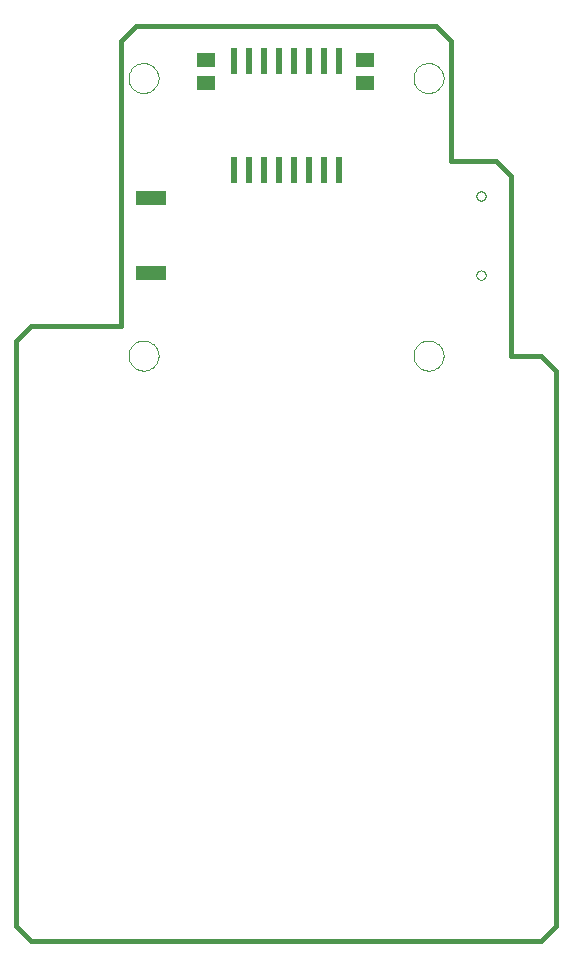
<source format=gbp>
G75*
%MOIN*%
%OFA0B0*%
%FSLAX24Y24*%
%IPPOS*%
%LPD*%
%AMOC8*
5,1,8,0,0,1.08239X$1,22.5*
%
%ADD10C,0.0160*%
%ADD11C,0.0000*%
%ADD12R,0.0236X0.0866*%
%ADD13R,0.0591X0.0512*%
%ADD14R,0.1000X0.0500*%
D10*
X000180Y001125D02*
X000680Y000625D01*
X017680Y000625D01*
X018180Y001125D01*
X018180Y019625D01*
X017680Y020125D01*
X016680Y020125D01*
X016680Y026125D01*
X016180Y026625D01*
X014680Y026625D01*
X014680Y030625D01*
X014180Y031125D01*
X004180Y031125D01*
X003680Y030625D01*
X003680Y021125D01*
X000680Y021125D01*
X000180Y020625D01*
X000180Y001125D01*
D11*
X003930Y020125D02*
X003932Y020169D01*
X003938Y020213D01*
X003948Y020256D01*
X003961Y020298D01*
X003978Y020339D01*
X003999Y020378D01*
X004023Y020415D01*
X004050Y020450D01*
X004080Y020482D01*
X004113Y020512D01*
X004149Y020538D01*
X004186Y020562D01*
X004226Y020581D01*
X004267Y020598D01*
X004310Y020610D01*
X004353Y020619D01*
X004397Y020624D01*
X004441Y020625D01*
X004485Y020622D01*
X004529Y020615D01*
X004572Y020604D01*
X004614Y020590D01*
X004654Y020572D01*
X004693Y020550D01*
X004729Y020526D01*
X004763Y020498D01*
X004795Y020467D01*
X004824Y020433D01*
X004850Y020397D01*
X004872Y020359D01*
X004891Y020319D01*
X004906Y020277D01*
X004918Y020235D01*
X004926Y020191D01*
X004930Y020147D01*
X004930Y020103D01*
X004926Y020059D01*
X004918Y020015D01*
X004906Y019973D01*
X004891Y019931D01*
X004872Y019891D01*
X004850Y019853D01*
X004824Y019817D01*
X004795Y019783D01*
X004763Y019752D01*
X004729Y019724D01*
X004693Y019700D01*
X004654Y019678D01*
X004614Y019660D01*
X004572Y019646D01*
X004529Y019635D01*
X004485Y019628D01*
X004441Y019625D01*
X004397Y019626D01*
X004353Y019631D01*
X004310Y019640D01*
X004267Y019652D01*
X004226Y019669D01*
X004186Y019688D01*
X004149Y019712D01*
X004113Y019738D01*
X004080Y019768D01*
X004050Y019800D01*
X004023Y019835D01*
X003999Y019872D01*
X003978Y019911D01*
X003961Y019952D01*
X003948Y019994D01*
X003938Y020037D01*
X003932Y020081D01*
X003930Y020125D01*
X003930Y029375D02*
X003932Y029419D01*
X003938Y029463D01*
X003948Y029506D01*
X003961Y029548D01*
X003978Y029589D01*
X003999Y029628D01*
X004023Y029665D01*
X004050Y029700D01*
X004080Y029732D01*
X004113Y029762D01*
X004149Y029788D01*
X004186Y029812D01*
X004226Y029831D01*
X004267Y029848D01*
X004310Y029860D01*
X004353Y029869D01*
X004397Y029874D01*
X004441Y029875D01*
X004485Y029872D01*
X004529Y029865D01*
X004572Y029854D01*
X004614Y029840D01*
X004654Y029822D01*
X004693Y029800D01*
X004729Y029776D01*
X004763Y029748D01*
X004795Y029717D01*
X004824Y029683D01*
X004850Y029647D01*
X004872Y029609D01*
X004891Y029569D01*
X004906Y029527D01*
X004918Y029485D01*
X004926Y029441D01*
X004930Y029397D01*
X004930Y029353D01*
X004926Y029309D01*
X004918Y029265D01*
X004906Y029223D01*
X004891Y029181D01*
X004872Y029141D01*
X004850Y029103D01*
X004824Y029067D01*
X004795Y029033D01*
X004763Y029002D01*
X004729Y028974D01*
X004693Y028950D01*
X004654Y028928D01*
X004614Y028910D01*
X004572Y028896D01*
X004529Y028885D01*
X004485Y028878D01*
X004441Y028875D01*
X004397Y028876D01*
X004353Y028881D01*
X004310Y028890D01*
X004267Y028902D01*
X004226Y028919D01*
X004186Y028938D01*
X004149Y028962D01*
X004113Y028988D01*
X004080Y029018D01*
X004050Y029050D01*
X004023Y029085D01*
X003999Y029122D01*
X003978Y029161D01*
X003961Y029202D01*
X003948Y029244D01*
X003938Y029287D01*
X003932Y029331D01*
X003930Y029375D01*
X013430Y029375D02*
X013432Y029419D01*
X013438Y029463D01*
X013448Y029506D01*
X013461Y029548D01*
X013478Y029589D01*
X013499Y029628D01*
X013523Y029665D01*
X013550Y029700D01*
X013580Y029732D01*
X013613Y029762D01*
X013649Y029788D01*
X013686Y029812D01*
X013726Y029831D01*
X013767Y029848D01*
X013810Y029860D01*
X013853Y029869D01*
X013897Y029874D01*
X013941Y029875D01*
X013985Y029872D01*
X014029Y029865D01*
X014072Y029854D01*
X014114Y029840D01*
X014154Y029822D01*
X014193Y029800D01*
X014229Y029776D01*
X014263Y029748D01*
X014295Y029717D01*
X014324Y029683D01*
X014350Y029647D01*
X014372Y029609D01*
X014391Y029569D01*
X014406Y029527D01*
X014418Y029485D01*
X014426Y029441D01*
X014430Y029397D01*
X014430Y029353D01*
X014426Y029309D01*
X014418Y029265D01*
X014406Y029223D01*
X014391Y029181D01*
X014372Y029141D01*
X014350Y029103D01*
X014324Y029067D01*
X014295Y029033D01*
X014263Y029002D01*
X014229Y028974D01*
X014193Y028950D01*
X014154Y028928D01*
X014114Y028910D01*
X014072Y028896D01*
X014029Y028885D01*
X013985Y028878D01*
X013941Y028875D01*
X013897Y028876D01*
X013853Y028881D01*
X013810Y028890D01*
X013767Y028902D01*
X013726Y028919D01*
X013686Y028938D01*
X013649Y028962D01*
X013613Y028988D01*
X013580Y029018D01*
X013550Y029050D01*
X013523Y029085D01*
X013499Y029122D01*
X013478Y029161D01*
X013461Y029202D01*
X013448Y029244D01*
X013438Y029287D01*
X013432Y029331D01*
X013430Y029375D01*
X015523Y025444D02*
X015525Y025469D01*
X015531Y025493D01*
X015540Y025515D01*
X015553Y025536D01*
X015569Y025555D01*
X015588Y025571D01*
X015609Y025584D01*
X015631Y025593D01*
X015655Y025599D01*
X015680Y025601D01*
X015705Y025599D01*
X015729Y025593D01*
X015751Y025584D01*
X015772Y025571D01*
X015791Y025555D01*
X015807Y025536D01*
X015820Y025515D01*
X015829Y025493D01*
X015835Y025469D01*
X015837Y025444D01*
X015835Y025419D01*
X015829Y025395D01*
X015820Y025373D01*
X015807Y025352D01*
X015791Y025333D01*
X015772Y025317D01*
X015751Y025304D01*
X015729Y025295D01*
X015705Y025289D01*
X015680Y025287D01*
X015655Y025289D01*
X015631Y025295D01*
X015609Y025304D01*
X015588Y025317D01*
X015569Y025333D01*
X015553Y025352D01*
X015540Y025373D01*
X015531Y025395D01*
X015525Y025419D01*
X015523Y025444D01*
X015523Y022806D02*
X015525Y022831D01*
X015531Y022855D01*
X015540Y022877D01*
X015553Y022898D01*
X015569Y022917D01*
X015588Y022933D01*
X015609Y022946D01*
X015631Y022955D01*
X015655Y022961D01*
X015680Y022963D01*
X015705Y022961D01*
X015729Y022955D01*
X015751Y022946D01*
X015772Y022933D01*
X015791Y022917D01*
X015807Y022898D01*
X015820Y022877D01*
X015829Y022855D01*
X015835Y022831D01*
X015837Y022806D01*
X015835Y022781D01*
X015829Y022757D01*
X015820Y022735D01*
X015807Y022714D01*
X015791Y022695D01*
X015772Y022679D01*
X015751Y022666D01*
X015729Y022657D01*
X015705Y022651D01*
X015680Y022649D01*
X015655Y022651D01*
X015631Y022657D01*
X015609Y022666D01*
X015588Y022679D01*
X015569Y022695D01*
X015553Y022714D01*
X015540Y022735D01*
X015531Y022757D01*
X015525Y022781D01*
X015523Y022806D01*
X013430Y020125D02*
X013432Y020169D01*
X013438Y020213D01*
X013448Y020256D01*
X013461Y020298D01*
X013478Y020339D01*
X013499Y020378D01*
X013523Y020415D01*
X013550Y020450D01*
X013580Y020482D01*
X013613Y020512D01*
X013649Y020538D01*
X013686Y020562D01*
X013726Y020581D01*
X013767Y020598D01*
X013810Y020610D01*
X013853Y020619D01*
X013897Y020624D01*
X013941Y020625D01*
X013985Y020622D01*
X014029Y020615D01*
X014072Y020604D01*
X014114Y020590D01*
X014154Y020572D01*
X014193Y020550D01*
X014229Y020526D01*
X014263Y020498D01*
X014295Y020467D01*
X014324Y020433D01*
X014350Y020397D01*
X014372Y020359D01*
X014391Y020319D01*
X014406Y020277D01*
X014418Y020235D01*
X014426Y020191D01*
X014430Y020147D01*
X014430Y020103D01*
X014426Y020059D01*
X014418Y020015D01*
X014406Y019973D01*
X014391Y019931D01*
X014372Y019891D01*
X014350Y019853D01*
X014324Y019817D01*
X014295Y019783D01*
X014263Y019752D01*
X014229Y019724D01*
X014193Y019700D01*
X014154Y019678D01*
X014114Y019660D01*
X014072Y019646D01*
X014029Y019635D01*
X013985Y019628D01*
X013941Y019625D01*
X013897Y019626D01*
X013853Y019631D01*
X013810Y019640D01*
X013767Y019652D01*
X013726Y019669D01*
X013686Y019688D01*
X013649Y019712D01*
X013613Y019738D01*
X013580Y019768D01*
X013550Y019800D01*
X013523Y019835D01*
X013499Y019872D01*
X013478Y019911D01*
X013461Y019952D01*
X013448Y019994D01*
X013438Y020037D01*
X013432Y020081D01*
X013430Y020125D01*
D12*
X010930Y026314D03*
X010430Y026314D03*
X009930Y026314D03*
X009430Y026314D03*
X008930Y026314D03*
X008430Y026314D03*
X007930Y026314D03*
X007430Y026314D03*
X007430Y029936D03*
X007930Y029936D03*
X008430Y029936D03*
X008930Y029936D03*
X009430Y029936D03*
X009930Y029936D03*
X010430Y029936D03*
X010930Y029936D03*
D13*
X011804Y029968D03*
X011804Y029219D03*
X006523Y029219D03*
X006523Y029968D03*
D14*
X004680Y025375D03*
X004680Y022875D03*
M02*

</source>
